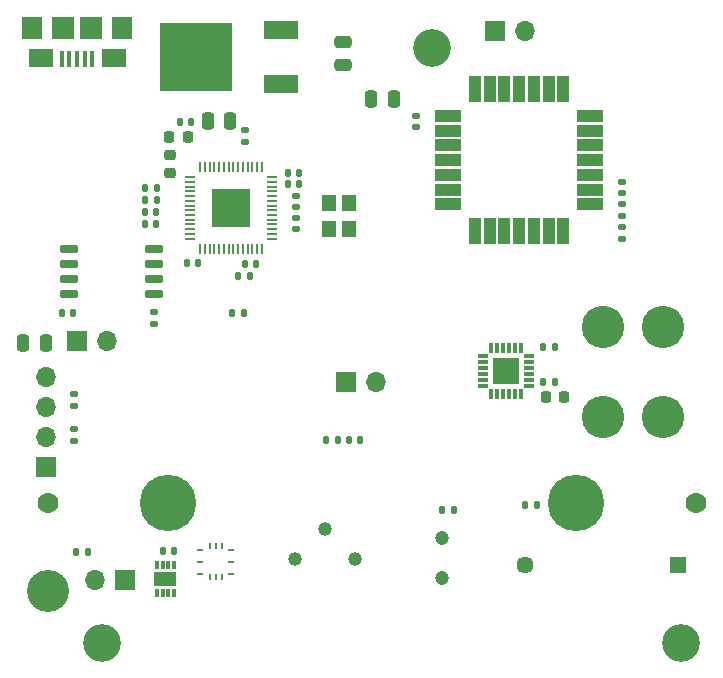
<source format=gts>
%TF.GenerationSoftware,KiCad,Pcbnew,7.0.7*%
%TF.CreationDate,2023-11-28T10:24:49+01:00*%
%TF.ProjectId,wireless_Slave,77697265-6c65-4737-935f-536c6176652e,rev?*%
%TF.SameCoordinates,PXc751640PY92dda80*%
%TF.FileFunction,Soldermask,Top*%
%TF.FilePolarity,Negative*%
%FSLAX46Y46*%
G04 Gerber Fmt 4.6, Leading zero omitted, Abs format (unit mm)*
G04 Created by KiCad (PCBNEW 7.0.7) date 2023-11-28 10:24:49*
%MOMM*%
%LPD*%
G01*
G04 APERTURE LIST*
G04 Aperture macros list*
%AMRoundRect*
0 Rectangle with rounded corners*
0 $1 Rounding radius*
0 $2 $3 $4 $5 $6 $7 $8 $9 X,Y pos of 4 corners*
0 Add a 4 corners polygon primitive as box body*
4,1,4,$2,$3,$4,$5,$6,$7,$8,$9,$2,$3,0*
0 Add four circle primitives for the rounded corners*
1,1,$1+$1,$2,$3*
1,1,$1+$1,$4,$5*
1,1,$1+$1,$6,$7*
1,1,$1+$1,$8,$9*
0 Add four rect primitives between the rounded corners*
20,1,$1+$1,$2,$3,$4,$5,0*
20,1,$1+$1,$4,$5,$6,$7,0*
20,1,$1+$1,$6,$7,$8,$9,0*
20,1,$1+$1,$8,$9,$2,$3,0*%
G04 Aperture macros list end*
%ADD10C,1.192000*%
%ADD11R,1.447000X1.447000*%
%ADD12C,1.447000*%
%ADD13R,0.400000X1.350000*%
%ADD14R,2.100000X1.600000*%
%ADD15R,1.800000X1.900000*%
%ADD16R,1.900000X1.900000*%
%ADD17R,2.300000X1.000000*%
%ADD18R,1.000000X2.300000*%
%ADD19R,0.300000X0.850000*%
%ADD20R,0.850000X0.300000*%
%ADD21R,2.200000X2.200000*%
%ADD22R,0.300000X0.800000*%
%ADD23R,1.900000X1.200000*%
%ADD24R,0.250000X0.500000*%
%ADD25R,0.500000X0.250000*%
%ADD26R,3.000000X1.600000*%
%ADD27R,6.200000X5.800000*%
%ADD28R,1.700000X1.700000*%
%ADD29O,1.700000X1.700000*%
%ADD30RoundRect,0.250000X0.250000X0.475000X-0.250000X0.475000X-0.250000X-0.475000X0.250000X-0.475000X0*%
%ADD31RoundRect,0.135000X-0.135000X-0.185000X0.135000X-0.185000X0.135000X0.185000X-0.135000X0.185000X0*%
%ADD32RoundRect,0.140000X-0.140000X-0.170000X0.140000X-0.170000X0.140000X0.170000X-0.140000X0.170000X0*%
%ADD33RoundRect,0.135000X0.185000X-0.135000X0.185000X0.135000X-0.185000X0.135000X-0.185000X-0.135000X0*%
%ADD34RoundRect,0.135000X0.135000X0.185000X-0.135000X0.185000X-0.135000X-0.185000X0.135000X-0.185000X0*%
%ADD35RoundRect,0.140000X0.170000X-0.140000X0.170000X0.140000X-0.170000X0.140000X-0.170000X-0.140000X0*%
%ADD36RoundRect,0.140000X0.140000X0.170000X-0.140000X0.170000X-0.140000X-0.170000X0.140000X-0.170000X0*%
%ADD37RoundRect,0.250000X-0.250000X-0.475000X0.250000X-0.475000X0.250000X0.475000X-0.250000X0.475000X0*%
%ADD38C,3.200000*%
%ADD39RoundRect,0.150000X0.650000X0.150000X-0.650000X0.150000X-0.650000X-0.150000X0.650000X-0.150000X0*%
%ADD40RoundRect,0.135000X-0.185000X0.135000X-0.185000X-0.135000X0.185000X-0.135000X0.185000X0.135000X0*%
%ADD41RoundRect,0.225000X0.225000X0.250000X-0.225000X0.250000X-0.225000X-0.250000X0.225000X-0.250000X0*%
%ADD42RoundRect,0.250000X-0.475000X0.250000X-0.475000X-0.250000X0.475000X-0.250000X0.475000X0.250000X0*%
%ADD43RoundRect,0.050000X0.050000X-0.387500X0.050000X0.387500X-0.050000X0.387500X-0.050000X-0.387500X0*%
%ADD44RoundRect,0.050000X0.387500X-0.050000X0.387500X0.050000X-0.387500X0.050000X-0.387500X-0.050000X0*%
%ADD45R,3.200000X3.200000*%
%ADD46RoundRect,0.140000X-0.170000X0.140000X-0.170000X-0.140000X0.170000X-0.140000X0.170000X0.140000X0*%
%ADD47R,1.200000X1.400000*%
%ADD48C,1.200000*%
%ADD49C,3.590000*%
%ADD50RoundRect,0.225000X0.250000X-0.225000X0.250000X0.225000X-0.250000X0.225000X-0.250000X-0.225000X0*%
%ADD51C,4.780000*%
%ADD52C,1.770000*%
%ADD53C,3.560000*%
G04 APERTURE END LIST*
D10*
%TO.C,U1*%
X29460000Y10100000D03*
X26920000Y12640000D03*
X24380000Y10100000D03*
%TD*%
D11*
%TO.C,S1*%
X56810000Y9600000D03*
D12*
X43810000Y9600000D03*
%TD*%
D13*
%TO.C,J2*%
X7200000Y52425000D03*
X6550000Y52425000D03*
X5900000Y52425000D03*
X5250000Y52425000D03*
X4600000Y52425000D03*
D14*
X9000000Y52550000D03*
X2800000Y52550000D03*
D15*
X9700000Y55100000D03*
D16*
X7100000Y55100000D03*
X4700000Y55100000D03*
D15*
X2100000Y55100000D03*
%TD*%
D17*
%TO.C,IC5*%
X37320000Y47630000D03*
X37320000Y46380000D03*
X37320000Y45130000D03*
X37320000Y43880000D03*
X37320000Y42630000D03*
X37320000Y41380000D03*
X37320000Y40130000D03*
D18*
X39570000Y37880000D03*
X40820000Y37880000D03*
X42070000Y37880000D03*
X43320000Y37880000D03*
X44570000Y37880000D03*
X45820000Y37880000D03*
X47070000Y37880000D03*
D17*
X49320000Y40130000D03*
X49320000Y41380000D03*
X49320000Y42630000D03*
X49320000Y43880000D03*
X49320000Y45130000D03*
X49320000Y46380000D03*
X49320000Y47630000D03*
D18*
X47070000Y49880000D03*
X45820000Y49880000D03*
X44570000Y49880000D03*
X43320000Y49880000D03*
X42070000Y49880000D03*
X40820000Y49880000D03*
X39570000Y49880000D03*
%TD*%
D19*
%TO.C,IC4*%
X43440000Y27960000D03*
X42940000Y27960000D03*
X42440000Y27960000D03*
X41940000Y27960000D03*
X41440000Y27960000D03*
X40940000Y27960000D03*
D20*
X40240000Y27260000D03*
X40240000Y26760000D03*
X40240000Y26260000D03*
X40240000Y25760000D03*
X40240000Y25260000D03*
X40240000Y24760000D03*
D19*
X40940000Y24060000D03*
X41440000Y24060000D03*
X41940000Y24060000D03*
X42440000Y24060000D03*
X42940000Y24060000D03*
X43440000Y24060000D03*
D20*
X44140000Y24760000D03*
X44140000Y25260000D03*
X44140000Y25760000D03*
X44140000Y26260000D03*
X44140000Y26760000D03*
X44140000Y27260000D03*
D21*
X42190000Y26010000D03*
%TD*%
D22*
%TO.C,IC3*%
X12630000Y7200000D03*
X13130000Y7200000D03*
X13630000Y7200000D03*
X14130000Y7200000D03*
X14130000Y9600000D03*
X13630000Y9600000D03*
X13130000Y9600000D03*
X12630000Y9600000D03*
D23*
X13380000Y8400000D03*
%TD*%
D24*
%TO.C,IC2*%
X17140000Y8580000D03*
X17640000Y8580000D03*
X18140000Y8580000D03*
D25*
X18940000Y8880000D03*
X18940000Y9880000D03*
X18940000Y10880000D03*
D24*
X18140000Y11180000D03*
X17640000Y11180000D03*
X17140000Y11180000D03*
D25*
X16340000Y10880000D03*
X16340000Y9880000D03*
X16340000Y8880000D03*
%TD*%
D26*
%TO.C,IC1*%
X23180000Y50310000D03*
D27*
X16000000Y52600000D03*
D26*
X23180000Y54890000D03*
%TD*%
D28*
%TO.C,J7*%
X41285000Y54840000D03*
D29*
X43825000Y54840000D03*
%TD*%
D30*
%TO.C,C25*%
X3230000Y28410000D03*
X1330000Y28410000D03*
%TD*%
D31*
%TO.C,R3*%
X11620000Y41525000D03*
X12640000Y41525000D03*
%TD*%
D32*
%TO.C,C5*%
X23765000Y42825000D03*
X24725000Y42825000D03*
%TD*%
D33*
%TO.C,R8*%
X12430000Y29970000D03*
X12430000Y30990000D03*
%TD*%
D31*
%TO.C,R9*%
X5830000Y10700000D03*
X6850000Y10700000D03*
%TD*%
D34*
%TO.C,R12*%
X44830000Y14700000D03*
X43810000Y14700000D03*
%TD*%
D31*
%TO.C,R10*%
X45310000Y28060000D03*
X46330000Y28060000D03*
%TD*%
D35*
%TO.C,C16*%
X24420000Y38020000D03*
X24420000Y38980000D03*
%TD*%
D31*
%TO.C,R4*%
X19030000Y30900000D03*
X20050000Y30900000D03*
%TD*%
D32*
%TO.C,C9*%
X20090000Y35060000D03*
X21050000Y35060000D03*
%TD*%
D36*
%TO.C,C1*%
X29850000Y20180000D03*
X28890000Y20180000D03*
%TD*%
D37*
%TO.C,C2*%
X16950000Y47200000D03*
X18850000Y47200000D03*
%TD*%
D34*
%TO.C,R7*%
X37787500Y14280000D03*
X36767500Y14280000D03*
%TD*%
D36*
%TO.C,C4*%
X12580000Y38475000D03*
X11620000Y38475000D03*
%TD*%
D28*
%TO.C,J5*%
X9940000Y8350000D03*
D29*
X7400000Y8350000D03*
%TD*%
D34*
%TO.C,R1*%
X27950000Y20180000D03*
X26930000Y20180000D03*
%TD*%
D38*
%TO.C,H2*%
X57000000Y3000000D03*
%TD*%
D39*
%TO.C,U3*%
X12430000Y32505000D03*
X12430000Y33775000D03*
X12430000Y35045000D03*
X12430000Y36315000D03*
X5230000Y36315000D03*
X5230000Y35045000D03*
X5230000Y33775000D03*
X5230000Y32505000D03*
%TD*%
D31*
%TO.C,R2*%
X11620000Y40500000D03*
X12640000Y40500000D03*
%TD*%
D36*
%TO.C,C12*%
X12580000Y39500000D03*
X11620000Y39500000D03*
%TD*%
D40*
%TO.C,L1*%
X52060000Y40130000D03*
X52060000Y39110000D03*
%TD*%
D41*
%TO.C,C7*%
X15270000Y45825000D03*
X13720000Y45825000D03*
%TD*%
D32*
%TO.C,C11*%
X23765000Y41825000D03*
X24725000Y41825000D03*
%TD*%
D42*
%TO.C,C3*%
X28400000Y53850000D03*
X28400000Y51950000D03*
%TD*%
D43*
%TO.C,U2*%
X16330000Y36392500D03*
X16730000Y36392500D03*
X17130000Y36392500D03*
X17530000Y36392500D03*
X17930000Y36392500D03*
X18330000Y36392500D03*
X18730000Y36392500D03*
X19130000Y36392500D03*
X19530000Y36392500D03*
X19930000Y36392500D03*
X20330000Y36392500D03*
X20730000Y36392500D03*
X21130000Y36392500D03*
X21530000Y36392500D03*
D44*
X22367500Y37230000D03*
X22367500Y37630000D03*
X22367500Y38030000D03*
X22367500Y38430000D03*
X22367500Y38830000D03*
X22367500Y39230000D03*
X22367500Y39630000D03*
X22367500Y40030000D03*
X22367500Y40430000D03*
X22367500Y40830000D03*
X22367500Y41230000D03*
X22367500Y41630000D03*
X22367500Y42030000D03*
X22367500Y42430000D03*
D43*
X21530000Y43267500D03*
X21130000Y43267500D03*
X20730000Y43267500D03*
X20330000Y43267500D03*
X19930000Y43267500D03*
X19530000Y43267500D03*
X19130000Y43267500D03*
X18730000Y43267500D03*
X18330000Y43267500D03*
X17930000Y43267500D03*
X17530000Y43267500D03*
X17130000Y43267500D03*
X16730000Y43267500D03*
X16330000Y43267500D03*
D44*
X15492500Y42430000D03*
X15492500Y42030000D03*
X15492500Y41630000D03*
X15492500Y41230000D03*
X15492500Y40830000D03*
X15492500Y40430000D03*
X15492500Y40030000D03*
X15492500Y39630000D03*
X15492500Y39230000D03*
X15492500Y38830000D03*
X15492500Y38430000D03*
X15492500Y38030000D03*
X15492500Y37630000D03*
X15492500Y37230000D03*
D45*
X18930000Y39830000D03*
%TD*%
D36*
%TO.C,C10*%
X16150000Y35180000D03*
X15190000Y35180000D03*
%TD*%
D46*
%TO.C,C17*%
X24420000Y40880000D03*
X24420000Y39920000D03*
%TD*%
D35*
%TO.C,C20*%
X52060000Y41060000D03*
X52060000Y42020000D03*
%TD*%
D46*
%TO.C,C19*%
X34620000Y47630000D03*
X34620000Y46670000D03*
%TD*%
D47*
%TO.C,Y1*%
X27190000Y40220000D03*
X27190000Y38020000D03*
X28890000Y38020000D03*
X28890000Y40220000D03*
%TD*%
D36*
%TO.C,C15*%
X14130000Y10775000D03*
X13170000Y10775000D03*
%TD*%
D31*
%TO.C,R11*%
X45320000Y25090000D03*
X46340000Y25090000D03*
%TD*%
D48*
%TO.C,R6*%
X36770000Y8460000D03*
X36770000Y11860000D03*
%TD*%
D49*
%TO.C,AE1*%
X55480000Y29730000D03*
X50450000Y29730000D03*
X55480000Y22110000D03*
X50450000Y22110000D03*
%TD*%
D31*
%TO.C,R5*%
X19540000Y34070000D03*
X20560000Y34070000D03*
%TD*%
D32*
%TO.C,C14*%
X4630000Y30960000D03*
X5590000Y30960000D03*
%TD*%
D41*
%TO.C,C18*%
X47155000Y23830000D03*
X45605000Y23830000D03*
%TD*%
D40*
%TO.C,R32*%
X5675000Y21085000D03*
X5675000Y20065000D03*
%TD*%
D35*
%TO.C,C8*%
X20140000Y45450000D03*
X20140000Y46410000D03*
%TD*%
D50*
%TO.C,C6*%
X13745000Y42775000D03*
X13745000Y44325000D03*
%TD*%
D28*
%TO.C,J4*%
X3290000Y17940000D03*
D29*
X3290000Y20480000D03*
X3290000Y23020000D03*
X3290000Y25560000D03*
%TD*%
D37*
%TO.C,C24*%
X30800000Y49050000D03*
X32700000Y49050000D03*
%TD*%
D38*
%TO.C,H1*%
X35950000Y53400000D03*
%TD*%
D36*
%TO.C,C13*%
X15540000Y47090000D03*
X14580000Y47090000D03*
%TD*%
D38*
%TO.C,H3*%
X8000000Y3000000D03*
%TD*%
D46*
%TO.C,C21*%
X52060000Y38190000D03*
X52060000Y37230000D03*
%TD*%
D33*
%TO.C,R31*%
X5675000Y23040000D03*
X5675000Y24060000D03*
%TD*%
D28*
%TO.C,J1*%
X28660000Y25120000D03*
D29*
X31200000Y25120000D03*
%TD*%
D28*
%TO.C,J3*%
X5920000Y28580000D03*
D29*
X8460000Y28580000D03*
%TD*%
D51*
%TO.C,BT1*%
X48130000Y14870000D03*
X13590000Y14870000D03*
D52*
X58290000Y14870000D03*
X3430000Y14870000D03*
D53*
X3430000Y7400000D03*
%TD*%
M02*

</source>
